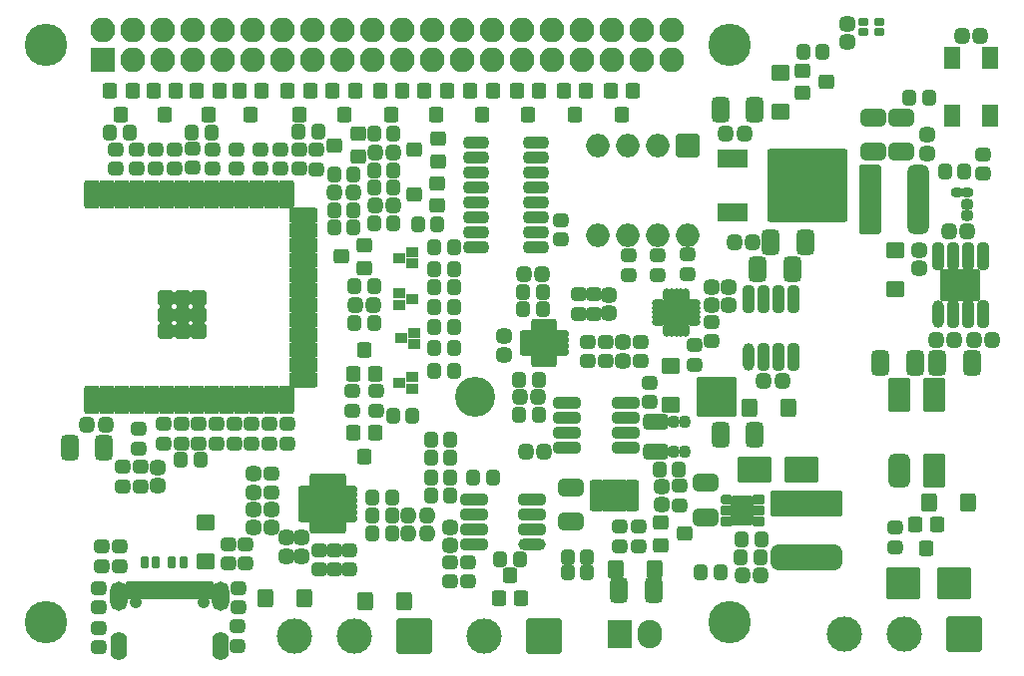
<source format=gts>
G04 #@! TF.GenerationSoftware,KiCad,Pcbnew,7.0.1*
G04 #@! TF.CreationDate,2023-05-18T20:02:15+01:00*
G04 #@! TF.ProjectId,AnthC,416e7468-432e-46b6-9963-61645f706362,rev?*
G04 #@! TF.SameCoordinates,Original*
G04 #@! TF.FileFunction,Soldermask,Top*
G04 #@! TF.FilePolarity,Negative*
%FSLAX46Y46*%
G04 Gerber Fmt 4.6, Leading zero omitted, Abs format (unit mm)*
G04 Created by KiCad (PCBNEW 7.0.1) date 2023-05-18 20:02:15*
%MOMM*%
%LPD*%
G01*
G04 APERTURE LIST*
G04 Aperture macros list*
%AMRoundRect*
0 Rectangle with rounded corners*
0 $1 Rounding radius*
0 $2 $3 $4 $5 $6 $7 $8 $9 X,Y pos of 4 corners*
0 Add a 4 corners polygon primitive as box body*
4,1,4,$2,$3,$4,$5,$6,$7,$8,$9,$2,$3,0*
0 Add four circle primitives for the rounded corners*
1,1,$1+$1,$2,$3*
1,1,$1+$1,$4,$5*
1,1,$1+$1,$6,$7*
1,1,$1+$1,$8,$9*
0 Add four rect primitives between the rounded corners*
20,1,$1+$1,$2,$3,$4,$5,0*
20,1,$1+$1,$4,$5,$6,$7,0*
20,1,$1+$1,$6,$7,$8,$9,0*
20,1,$1+$1,$8,$9,$2,$3,0*%
G04 Aperture macros list end*
%ADD10RoundRect,0.200000X0.600000X-0.450000X0.600000X0.450000X-0.600000X0.450000X-0.600000X-0.450000X0*%
%ADD11RoundRect,0.350000X0.825000X0.150000X-0.825000X0.150000X-0.825000X-0.150000X0.825000X-0.150000X0*%
%ADD12RoundRect,0.450000X-0.650000X0.250000X-0.650000X-0.250000X0.650000X-0.250000X0.650000X0.250000X0*%
%ADD13RoundRect,0.425000X0.225000X0.250000X-0.225000X0.250000X-0.225000X-0.250000X0.225000X-0.250000X0*%
%ADD14RoundRect,0.340000X-0.140000X-0.170000X0.140000X-0.170000X0.140000X0.170000X-0.140000X0.170000X0*%
%ADD15C,3.600000*%
%ADD16RoundRect,0.400000X-0.200000X-0.275000X0.200000X-0.275000X0.200000X0.275000X-0.200000X0.275000X0*%
%ADD17RoundRect,0.400000X-0.275000X0.200000X-0.275000X-0.200000X0.275000X-0.200000X0.275000X0.200000X0*%
%ADD18RoundRect,0.400000X0.200000X0.275000X-0.200000X0.275000X-0.200000X-0.275000X0.200000X-0.275000X0*%
%ADD19RoundRect,0.425000X0.250000X-0.225000X0.250000X0.225000X-0.250000X0.225000X-0.250000X-0.225000X0*%
%ADD20RoundRect,0.200000X0.450000X0.400000X-0.450000X0.400000X-0.450000X-0.400000X0.450000X-0.400000X0*%
%ADD21RoundRect,0.425000X-0.250000X0.225000X-0.250000X-0.225000X0.250000X-0.225000X0.250000X0.225000X0*%
%ADD22RoundRect,0.449999X0.325001X0.650001X-0.325001X0.650001X-0.325001X-0.650001X0.325001X-0.650001X0*%
%ADD23RoundRect,0.500000X0.675000X0.000000X-0.675000X0.000000X-0.675000X0.000000X0.675000X0.000000X0*%
%ADD24RoundRect,0.200000X-0.330000X-0.250000X0.330000X-0.250000X0.330000X0.250000X-0.330000X0.250000X0*%
%ADD25RoundRect,0.400000X0.275000X-0.200000X0.275000X0.200000X-0.275000X0.200000X-0.275000X-0.200000X0*%
%ADD26RoundRect,0.425000X-0.225000X-0.250000X0.225000X-0.250000X0.225000X0.250000X-0.225000X0.250000X0*%
%ADD27RoundRect,0.200000X0.400000X-0.450000X0.400000X0.450000X-0.400000X0.450000X-0.400000X-0.450000X0*%
%ADD28RoundRect,0.418750X-0.218750X-0.256250X0.218750X-0.256250X0.218750X0.256250X-0.218750X0.256250X0*%
%ADD29RoundRect,0.500000X0.000000X-0.675000X0.000000X0.675000X0.000000X0.675000X0.000000X-0.675000X0*%
%ADD30RoundRect,0.350000X0.150000X-0.825000X0.150000X0.825000X-0.150000X0.825000X-0.150000X-0.825000X0*%
%ADD31RoundRect,0.340000X0.170000X-0.140000X0.170000X0.140000X-0.170000X0.140000X-0.170000X-0.140000X0*%
%ADD32RoundRect,0.200000X0.450000X0.600000X-0.450000X0.600000X-0.450000X-0.600000X0.450000X-0.600000X0*%
%ADD33RoundRect,0.200000X-0.600000X0.450000X-0.600000X-0.450000X0.600000X-0.450000X0.600000X0.450000X0*%
%ADD34RoundRect,0.200000X0.330000X0.250000X-0.330000X0.250000X-0.330000X-0.250000X0.330000X-0.250000X0*%
%ADD35RoundRect,0.200000X1.500000X-1.145000X1.500000X1.145000X-1.500000X1.145000X-1.500000X-1.145000X0*%
%ADD36RoundRect,0.575000X0.375000X0.875000X-0.375000X0.875000X-0.375000X-0.875000X0.375000X-0.875000X0*%
%ADD37RoundRect,0.255500X0.694500X1.194500X-0.694500X1.194500X-0.694500X-1.194500X0.694500X-1.194500X0*%
%ADD38RoundRect,0.562500X0.362500X2.387500X-0.362500X2.387500X-0.362500X-2.387500X0.362500X-2.387500X0*%
%ADD39RoundRect,0.200000X0.725000X2.750000X-0.725000X2.750000X-0.725000X-2.750000X0.725000X-2.750000X0*%
%ADD40RoundRect,0.300000X0.217500X0.100000X-0.217500X0.100000X-0.217500X-0.100000X0.217500X-0.100000X0*%
%ADD41RoundRect,0.200000X-0.400000X0.450000X-0.400000X-0.450000X0.400000X-0.450000X0.400000X0.450000X0*%
%ADD42RoundRect,0.200000X0.450000X-1.000000X0.450000X1.000000X-0.450000X1.000000X-0.450000X-1.000000X0*%
%ADD43RoundRect,0.200000X1.000000X0.450000X-1.000000X0.450000X-1.000000X-0.450000X1.000000X-0.450000X0*%
%ADD44RoundRect,0.200000X0.450000X-0.450000X0.450000X0.450000X-0.450000X0.450000X-0.450000X-0.450000X0*%
%ADD45C,1.000000*%
%ADD46RoundRect,0.200000X-0.450000X-0.600000X0.450000X-0.600000X0.450000X0.600000X-0.450000X0.600000X0*%
%ADD47RoundRect,0.200000X1.250000X1.150000X-1.250000X1.150000X-1.250000X-1.150000X1.250000X-1.150000X0*%
%ADD48RoundRect,0.449999X-0.325001X-0.650001X0.325001X-0.650001X0.325001X0.650001X-0.325001X0.650001X0*%
%ADD49RoundRect,0.262500X-0.350000X-0.062500X0.350000X-0.062500X0.350000X0.062500X-0.350000X0.062500X0*%
%ADD50RoundRect,0.262500X-0.062500X-0.350000X0.062500X-0.350000X0.062500X0.350000X-0.062500X0.350000X0*%
%ADD51RoundRect,0.200000X-0.850000X-0.850000X0.850000X-0.850000X0.850000X0.850000X-0.850000X0.850000X0*%
%ADD52RoundRect,0.200000X-0.450000X-0.400000X0.450000X-0.400000X0.450000X0.400000X-0.450000X0.400000X0*%
%ADD53RoundRect,0.200000X0.850000X-0.850000X0.850000X0.850000X-0.850000X0.850000X-0.850000X-0.850000X0*%
%ADD54O,2.100000X2.100000*%
%ADD55C,1.050000*%
%ADD56RoundRect,0.200000X-0.300000X-0.575000X0.300000X-0.575000X0.300000X0.575000X-0.300000X0.575000X0*%
%ADD57RoundRect,0.200000X-0.150000X-0.575000X0.150000X-0.575000X0.150000X0.575000X-0.150000X0.575000X0*%
%ADD58O,1.400000X2.400000*%
%ADD59O,1.450000X2.500000*%
%ADD60RoundRect,0.449999X-0.650001X0.325001X-0.650001X-0.325001X0.650001X-0.325001X0.650001X0.325001X0*%
%ADD61RoundRect,0.200000X-1.300000X-1.300000X1.300000X-1.300000X1.300000X1.300000X-1.300000X1.300000X0*%
%ADD62RoundRect,0.275000X0.175000X0.075000X-0.175000X0.075000X-0.175000X-0.075000X0.175000X-0.075000X0*%
%ADD63RoundRect,0.350000X-0.725000X-0.150000X0.725000X-0.150000X0.725000X0.150000X-0.725000X0.150000X0*%
%ADD64RoundRect,0.418750X-0.256250X0.218750X-0.256250X-0.218750X0.256250X-0.218750X0.256250X0.218750X0*%
%ADD65RoundRect,0.200000X-0.825000X-1.190000X0.825000X-1.190000X0.825000X1.190000X-0.825000X1.190000X0*%
%ADD66RoundRect,0.262500X-0.362500X-0.062500X0.362500X-0.062500X0.362500X0.062500X-0.362500X0.062500X0*%
%ADD67RoundRect,0.449999X0.650001X-0.325001X0.650001X0.325001X-0.650001X0.325001X-0.650001X-0.325001X0*%
%ADD68RoundRect,0.200000X-1.250000X-0.900000X1.250000X-0.900000X1.250000X0.900000X-1.250000X0.900000X0*%
%ADD69RoundRect,0.200000X-1.100000X-0.600000X1.100000X-0.600000X1.100000X0.600000X-1.100000X0.600000X0*%
%ADD70RoundRect,0.200000X-3.200000X-2.900000X3.200000X-2.900000X3.200000X2.900000X-3.200000X2.900000X0*%
%ADD71RoundRect,0.200000X-0.800000X0.800000X-0.800000X-0.800000X0.800000X-0.800000X0.800000X0.800000X0*%
%ADD72O,2.000000X2.000000*%
%ADD73RoundRect,0.200000X-0.500000X0.750000X-0.500000X-0.750000X0.500000X-0.750000X0.500000X0.750000X0*%
%ADD74RoundRect,0.250000X-0.050000X0.312500X-0.050000X-0.312500X0.050000X-0.312500X0.050000X0.312500X0*%
%ADD75RoundRect,0.250000X-0.312500X0.050000X-0.312500X-0.050000X0.312500X-0.050000X0.312500X0.050000X0*%
%ADD76RoundRect,0.200000X-0.925000X0.925000X-0.925000X-0.925000X0.925000X-0.925000X0.925000X0.925000X0*%
%ADD77RoundRect,0.650000X2.400000X-0.450000X2.400000X0.450000X-2.400000X0.450000X-2.400000X-0.450000X0*%
%ADD78RoundRect,0.200000X2.850000X-0.900000X2.850000X0.900000X-2.850000X0.900000X-2.850000X-0.900000X0*%
%ADD79RoundRect,0.312500X-0.202500X-0.112500X0.202500X-0.112500X0.202500X0.112500X-0.202500X0.112500X0*%
%ADD80RoundRect,0.200000X-0.315000X-0.225000X0.315000X-0.225000X0.315000X0.225000X-0.315000X0.225000X0*%
%ADD81RoundRect,0.200000X-0.400000X-0.525000X0.400000X-0.525000X0.400000X0.525000X-0.400000X0.525000X0*%
%ADD82RoundRect,0.200000X-0.175000X-0.300000X0.175000X-0.300000X0.175000X0.300000X-0.175000X0.300000X0*%
%ADD83RoundRect,0.200000X0.175000X0.300000X-0.175000X0.300000X-0.175000X-0.300000X0.175000X-0.300000X0*%
%ADD84RoundRect,0.200000X1.500000X1.500000X-1.500000X1.500000X-1.500000X-1.500000X1.500000X-1.500000X0*%
%ADD85C,3.400000*%
%ADD86O,2.100000X2.400000*%
%ADD87RoundRect,0.200000X0.850000X1.000000X-0.850000X1.000000X-0.850000X-1.000000X0.850000X-1.000000X0*%
%ADD88RoundRect,0.200000X1.300000X1.300000X-1.300000X1.300000X-1.300000X-1.300000X1.300000X-1.300000X0*%
%ADD89C,3.000000*%
G04 APERTURE END LIST*
D10*
X236500000Y-129050000D03*
X236500000Y-125750000D03*
D11*
X227750000Y-132655000D03*
X227750000Y-131385000D03*
X227750000Y-130115000D03*
X227750000Y-128845000D03*
X232700000Y-128845000D03*
X232700000Y-130115000D03*
X232700000Y-131385000D03*
X232700000Y-132655000D03*
D12*
X235250000Y-130500000D03*
X235250000Y-133000000D03*
D13*
X225775000Y-133000000D03*
X224225000Y-133000000D03*
D14*
X237730000Y-130500000D03*
X236770000Y-130500000D03*
X236770000Y-133000000D03*
X237730000Y-133000000D03*
D15*
X241500000Y-98500000D03*
X241500000Y-147500000D03*
X183500000Y-98500000D03*
D16*
X224025000Y-120950000D03*
X225675000Y-120950000D03*
X224025000Y-119450000D03*
X225675000Y-119450000D03*
D17*
X230000000Y-119675000D03*
X230000000Y-121325000D03*
D18*
X225325000Y-126900000D03*
X223675000Y-126900000D03*
D19*
X240000000Y-120575000D03*
X240000000Y-119025000D03*
D20*
X210000000Y-107950000D03*
X210000000Y-106050000D03*
X208000000Y-107000000D03*
D21*
X222350000Y-123225000D03*
X222350000Y-124775000D03*
D13*
X188575000Y-130750000D03*
X187025000Y-130750000D03*
D22*
X188475000Y-132700000D03*
X185525000Y-132700000D03*
D23*
X224775000Y-140855000D03*
D11*
X224775000Y-139585000D03*
X224775000Y-138315000D03*
X224775000Y-137045000D03*
X219825000Y-137045000D03*
X219825000Y-138315000D03*
X219825000Y-139585000D03*
X219825000Y-140855000D03*
D18*
X218125000Y-124200000D03*
X216475000Y-124200000D03*
D24*
X214770000Y-123900000D03*
X214770000Y-122900000D03*
X213630000Y-123400000D03*
D25*
X209550000Y-129525000D03*
X209550000Y-127875000D03*
D18*
X197575000Y-105900000D03*
X195925000Y-105900000D03*
D21*
X235750000Y-135975000D03*
X235750000Y-137525000D03*
D15*
X183500000Y-147500000D03*
D26*
X261225000Y-97750000D03*
X262775000Y-97750000D03*
D27*
X209600000Y-126400000D03*
X211500000Y-126400000D03*
X210550000Y-124400000D03*
D26*
X208025000Y-111000000D03*
X209575000Y-111000000D03*
D19*
X202700000Y-139475000D03*
X202700000Y-137925000D03*
D26*
X223725000Y-128400000D03*
X225275000Y-128400000D03*
D19*
X231300000Y-121275000D03*
X231300000Y-119725000D03*
D28*
X214262500Y-139950000D03*
X215837500Y-139950000D03*
X214262500Y-138450000D03*
X215837500Y-138450000D03*
D18*
X218125000Y-115700000D03*
X216475000Y-115700000D03*
X218125000Y-117550000D03*
X216475000Y-117550000D03*
X218125000Y-126200000D03*
X216475000Y-126200000D03*
D25*
X189800000Y-142725000D03*
X189800000Y-141075000D03*
D17*
X233000000Y-116375000D03*
X233000000Y-118025000D03*
X235400000Y-116375000D03*
X235400000Y-118025000D03*
D25*
X227200000Y-115025000D03*
X227200000Y-113375000D03*
D16*
X216475000Y-120700000D03*
X218125000Y-120700000D03*
D18*
X218125000Y-119050000D03*
X216475000Y-119050000D03*
D25*
X206700000Y-143025000D03*
X206700000Y-141375000D03*
D17*
X191400000Y-131075000D03*
X191400000Y-132725000D03*
X196500000Y-130675000D03*
X196500000Y-132325000D03*
X199500000Y-130675000D03*
X199500000Y-132325000D03*
X201000000Y-130675000D03*
X201000000Y-132325000D03*
X202500000Y-130675000D03*
X202500000Y-132325000D03*
D16*
X207975000Y-112500000D03*
X209625000Y-112500000D03*
D25*
X192850000Y-108975000D03*
X192850000Y-107325000D03*
D18*
X216725000Y-113700000D03*
X215075000Y-113700000D03*
D25*
X196000000Y-108925000D03*
X196000000Y-107275000D03*
X199700000Y-108975000D03*
X199700000Y-107325000D03*
X201700000Y-108975000D03*
X201700000Y-107325000D03*
X191200000Y-108975000D03*
X191200000Y-107325000D03*
X189450000Y-108975000D03*
X189450000Y-107325000D03*
X203450000Y-108975000D03*
X203450000Y-107325000D03*
X206500000Y-109025000D03*
X206500000Y-107375000D03*
D29*
X243095000Y-124975000D03*
D30*
X244365000Y-124975000D03*
X245635000Y-124975000D03*
X246905000Y-124975000D03*
X246905000Y-120025000D03*
X245635000Y-120025000D03*
X244365000Y-120025000D03*
X243095000Y-120025000D03*
D26*
X259025000Y-123500000D03*
X260575000Y-123500000D03*
D13*
X261675000Y-114300000D03*
X260125000Y-114300000D03*
D31*
X261700000Y-112980000D03*
X261700000Y-112020000D03*
D13*
X243475000Y-115250000D03*
X241925000Y-115250000D03*
D32*
X205450000Y-145450000D03*
X202150000Y-145450000D03*
X213950000Y-145700000D03*
X210650000Y-145700000D03*
D33*
X255600000Y-115950000D03*
X255600000Y-119250000D03*
D24*
X214620000Y-117050000D03*
X214620000Y-116050000D03*
X213480000Y-116550000D03*
X214620000Y-127700000D03*
X214620000Y-126700000D03*
X213480000Y-127200000D03*
D34*
X213480000Y-119550000D03*
X213480000Y-120550000D03*
X214620000Y-120050000D03*
D16*
X211225000Y-139950000D03*
X212875000Y-139950000D03*
X211225000Y-138450000D03*
X212875000Y-138450000D03*
X247775000Y-99100000D03*
X249425000Y-99100000D03*
D29*
X259195000Y-121375000D03*
D30*
X260465000Y-121375000D03*
X261735000Y-121375000D03*
X263005000Y-121375000D03*
X263005000Y-116425000D03*
X261735000Y-116425000D03*
X260465000Y-116425000D03*
X259195000Y-116425000D03*
D35*
X261100000Y-118900000D03*
D22*
X257275000Y-125500000D03*
X254325000Y-125500000D03*
D19*
X257600000Y-117475000D03*
X257600000Y-115925000D03*
D16*
X227775000Y-142000000D03*
X229425000Y-142000000D03*
D22*
X235075000Y-144800000D03*
X232125000Y-144800000D03*
D16*
X242575000Y-140500000D03*
X244225000Y-140500000D03*
D21*
X251550000Y-96675000D03*
X251550000Y-98225000D03*
D25*
X188300000Y-142725000D03*
X188300000Y-141075000D03*
D16*
X207975000Y-109500000D03*
X209625000Y-109500000D03*
D18*
X206625000Y-105850000D03*
X204975000Y-105850000D03*
D16*
X211375000Y-106000000D03*
X213025000Y-106000000D03*
D17*
X208000000Y-141375000D03*
X208000000Y-143025000D03*
D16*
X209725000Y-122100000D03*
X211375000Y-122100000D03*
D20*
X216800000Y-108350000D03*
X216800000Y-106450000D03*
X214800000Y-107400000D03*
D13*
X212975000Y-107600000D03*
X211425000Y-107600000D03*
D36*
X255900000Y-134650000D03*
D37*
X258900000Y-134650000D03*
X258900000Y-128150000D03*
X255900000Y-128150000D03*
D38*
X257500000Y-111600000D03*
D39*
X253500000Y-111600000D03*
D40*
X261657500Y-111000000D03*
X260842500Y-111000000D03*
D19*
X217800000Y-140975000D03*
X217800000Y-139425000D03*
D18*
X196625000Y-133700000D03*
X194975000Y-133700000D03*
D25*
X229500000Y-125325000D03*
X229500000Y-123675000D03*
X231000000Y-125325000D03*
X231000000Y-123675000D03*
D41*
X190850000Y-102400000D03*
X188950000Y-102400000D03*
X189900000Y-104400000D03*
X201850000Y-102400000D03*
X199950000Y-102400000D03*
X200900000Y-104400000D03*
X221450000Y-102400000D03*
X219550000Y-102400000D03*
X220500000Y-104400000D03*
X229350000Y-102400000D03*
X227450000Y-102400000D03*
X228400000Y-104400000D03*
X205950000Y-102400000D03*
X204050000Y-102400000D03*
X205000000Y-104400000D03*
X217550000Y-102400000D03*
X215650000Y-102400000D03*
X216600000Y-104400000D03*
X225350000Y-102400000D03*
X223450000Y-102400000D03*
X224400000Y-104400000D03*
X233350000Y-102400000D03*
X231450000Y-102400000D03*
X232400000Y-104400000D03*
D18*
X218125000Y-122450000D03*
X216475000Y-122450000D03*
D17*
X211550000Y-127875000D03*
X211550000Y-129525000D03*
D41*
X213750000Y-102400000D03*
X211850000Y-102400000D03*
X212800000Y-104400000D03*
D16*
X211375000Y-110600000D03*
X213025000Y-110600000D03*
D18*
X213025000Y-113600000D03*
X211375000Y-113600000D03*
D20*
X216750000Y-112100000D03*
X216750000Y-110200000D03*
X214750000Y-111150000D03*
D13*
X212975000Y-112100000D03*
X211425000Y-112100000D03*
D16*
X207975000Y-114000000D03*
X209625000Y-114000000D03*
D25*
X237250000Y-137575000D03*
X237250000Y-135925000D03*
X190050000Y-135975000D03*
X190050000Y-134325000D03*
D42*
X187390000Y-128650000D03*
X188660000Y-128650000D03*
X189930000Y-128650000D03*
X191200000Y-128650000D03*
X192470000Y-128650000D03*
X193740000Y-128650000D03*
X195010000Y-128650000D03*
X196280000Y-128650000D03*
X197550000Y-128650000D03*
X198820000Y-128650000D03*
X200090000Y-128650000D03*
X201360000Y-128650000D03*
X202630000Y-128650000D03*
X203900000Y-128650000D03*
D43*
X205400000Y-126885000D03*
X205400000Y-125615000D03*
X205400000Y-124345000D03*
X205400000Y-123075000D03*
X205400000Y-121805000D03*
X205400000Y-120535000D03*
X205400000Y-119265000D03*
X205400000Y-117995000D03*
X205400000Y-116725000D03*
X205400000Y-115455000D03*
X205400000Y-114185000D03*
X205400000Y-112915000D03*
D42*
X203900000Y-111150000D03*
X202630000Y-111150000D03*
X201360000Y-111150000D03*
X200090000Y-111150000D03*
X198820000Y-111150000D03*
X197550000Y-111150000D03*
X196280000Y-111150000D03*
X195010000Y-111150000D03*
X193740000Y-111150000D03*
X192470000Y-111150000D03*
X191200000Y-111150000D03*
X189930000Y-111150000D03*
X188660000Y-111150000D03*
X187390000Y-111150000D03*
D44*
X193710000Y-122800000D03*
D45*
X194410000Y-122800000D03*
D44*
X195110000Y-122800000D03*
D45*
X195810000Y-122800000D03*
D44*
X196510000Y-122800000D03*
D45*
X193710000Y-122100000D03*
X195110000Y-122100000D03*
X196510000Y-122100000D03*
D44*
X193710000Y-121400000D03*
D45*
X194410000Y-121400000D03*
D44*
X195110000Y-121400000D03*
D45*
X195810000Y-121400000D03*
D44*
X196510000Y-121400000D03*
D45*
X193710000Y-120700000D03*
X195110000Y-120700000D03*
X196510000Y-120700000D03*
D44*
X193710000Y-120000000D03*
D45*
X194410000Y-120000000D03*
D44*
X195110000Y-120000000D03*
D45*
X195810000Y-120000000D03*
D44*
X196510000Y-120000000D03*
D18*
X211375000Y-118950000D03*
X209725000Y-118950000D03*
X258425000Y-103000000D03*
X256775000Y-103000000D03*
D26*
X244425000Y-127000000D03*
X245975000Y-127000000D03*
D18*
X213025000Y-109100000D03*
X211375000Y-109100000D03*
D17*
X195000000Y-130675000D03*
X195000000Y-132325000D03*
D19*
X258300000Y-107675000D03*
X258300000Y-106125000D03*
D25*
X209300000Y-143025000D03*
X209300000Y-141375000D03*
X228700000Y-121325000D03*
X228700000Y-119675000D03*
D16*
X188975000Y-105900000D03*
X190625000Y-105900000D03*
D13*
X211325000Y-120600000D03*
X209775000Y-120600000D03*
D17*
X198000000Y-130675000D03*
X198000000Y-132325000D03*
D18*
X214625000Y-129950000D03*
X212975000Y-129950000D03*
D17*
X193500000Y-130675000D03*
X193500000Y-132325000D03*
D27*
X221950000Y-145500000D03*
X223850000Y-145500000D03*
X222900000Y-143500000D03*
D20*
X210550000Y-117400000D03*
X210550000Y-115500000D03*
X208550000Y-116450000D03*
D41*
X259150000Y-139200000D03*
X257250000Y-139200000D03*
X258200000Y-141200000D03*
D46*
X258450000Y-137300000D03*
X261750000Y-137300000D03*
D47*
X260550000Y-144200000D03*
X256250000Y-144200000D03*
D48*
X259125000Y-125500000D03*
X262075000Y-125500000D03*
D17*
X255600000Y-139475000D03*
X255600000Y-141125000D03*
D49*
X224337500Y-123050000D03*
X224337500Y-123550000D03*
X224337500Y-124050000D03*
X224337500Y-124550000D03*
D50*
X225050000Y-125262500D03*
X225550000Y-125262500D03*
X226050000Y-125262500D03*
X226550000Y-125262500D03*
D49*
X227262500Y-124550000D03*
X227262500Y-124050000D03*
X227262500Y-123550000D03*
X227262500Y-123050000D03*
D50*
X226550000Y-122337500D03*
X226050000Y-122337500D03*
X225550000Y-122337500D03*
X225050000Y-122337500D03*
D45*
X225300000Y-123300000D03*
X225300000Y-124300000D03*
X225800000Y-123800000D03*
D51*
X225800000Y-123800000D03*
D45*
X226300000Y-123300000D03*
X226300000Y-124300000D03*
D52*
X247700000Y-100650000D03*
X247700000Y-102550000D03*
X249700000Y-101600000D03*
D48*
X245025000Y-115250000D03*
X247975000Y-115250000D03*
D13*
X225625000Y-117950000D03*
X224075000Y-117950000D03*
D18*
X225325000Y-129900000D03*
X223675000Y-129900000D03*
D41*
X194550000Y-102400000D03*
X192650000Y-102400000D03*
X193600000Y-104400000D03*
X198250000Y-102400000D03*
X196350000Y-102400000D03*
X197300000Y-104400000D03*
D53*
X188372600Y-99772300D03*
D54*
X188372600Y-97232300D03*
X190912600Y-99772300D03*
X190912600Y-97232300D03*
X193452600Y-99772300D03*
X193452600Y-97232300D03*
X195992600Y-99772300D03*
X195992600Y-97232300D03*
X198532600Y-99772300D03*
X198532600Y-97232300D03*
X201072600Y-99772300D03*
X201072600Y-97232300D03*
X203612600Y-99772300D03*
X203612600Y-97232300D03*
X206152600Y-99772300D03*
X206152600Y-97232300D03*
X208692600Y-99772300D03*
X208692600Y-97232300D03*
X211232600Y-99772300D03*
X211232600Y-97232300D03*
X213772600Y-99772300D03*
X213772600Y-97232300D03*
X216312600Y-99772300D03*
X216312600Y-97232300D03*
X218852600Y-99772300D03*
X218852600Y-97232300D03*
X221392600Y-99772300D03*
X221392600Y-97232300D03*
X223932600Y-99772300D03*
X223932600Y-97232300D03*
X226472600Y-99772300D03*
X226472600Y-97232300D03*
X229012600Y-99772300D03*
X229012600Y-97232300D03*
X231552600Y-99772300D03*
X231552600Y-97232300D03*
X234092600Y-99772300D03*
X234092600Y-97232300D03*
X236632600Y-99772300D03*
X236632600Y-97232300D03*
D41*
X209750000Y-102400000D03*
X207850000Y-102400000D03*
X208800000Y-104400000D03*
D25*
X199000000Y-142525000D03*
X199000000Y-140875000D03*
D17*
X234000000Y-125325000D03*
X234000000Y-123675000D03*
D21*
X232500000Y-123725000D03*
X232500000Y-125275000D03*
D25*
X263000000Y-109425000D03*
X263000000Y-107775000D03*
D10*
X245800000Y-104150000D03*
X245800000Y-100850000D03*
D22*
X243675000Y-104000000D03*
X240725000Y-104000000D03*
D16*
X259775000Y-109200000D03*
X261425000Y-109200000D03*
D55*
X191110000Y-145820000D03*
X196890000Y-145820000D03*
D56*
X190800000Y-144745000D03*
X191600000Y-144745000D03*
D57*
X192750000Y-144745000D03*
X193750000Y-144745000D03*
X194250000Y-144745000D03*
X195250000Y-144745000D03*
D56*
X197200000Y-144745000D03*
X196400000Y-144745000D03*
D57*
X195750000Y-144745000D03*
X194750000Y-144745000D03*
X193250000Y-144745000D03*
X192250000Y-144745000D03*
D58*
X189680000Y-149500000D03*
X198320000Y-149500000D03*
D59*
X189680000Y-145320000D03*
X198320000Y-145320000D03*
D25*
X188000000Y-149625000D03*
X188000000Y-147975000D03*
X199800000Y-149525000D03*
X199800000Y-147875000D03*
D60*
X228100000Y-136025000D03*
X228100000Y-138975000D03*
D21*
X203900000Y-140325000D03*
X203900000Y-141875000D03*
X193050000Y-134375000D03*
X193050000Y-135925000D03*
D25*
X191550000Y-135975000D03*
X191550000Y-134325000D03*
D17*
X219300000Y-142375000D03*
X219300000Y-144025000D03*
X217800000Y-142375000D03*
X217800000Y-144025000D03*
D16*
X211225000Y-136950000D03*
X212875000Y-136950000D03*
D49*
X205512500Y-136200000D03*
X205512500Y-136700000D03*
X205512500Y-137200000D03*
X205512500Y-137700000D03*
X205512500Y-138200000D03*
X205512500Y-138700000D03*
D50*
X206200000Y-139387500D03*
X206700000Y-139387500D03*
X207200000Y-139387500D03*
X207700000Y-139387500D03*
X208200000Y-139387500D03*
X208700000Y-139387500D03*
D49*
X209387500Y-138700000D03*
X209387500Y-138200000D03*
X209387500Y-137700000D03*
X209387500Y-137200000D03*
X209387500Y-136700000D03*
X209387500Y-136200000D03*
D50*
X208700000Y-135512500D03*
X208200000Y-135512500D03*
X207700000Y-135512500D03*
X207200000Y-135512500D03*
X206700000Y-135512500D03*
X206200000Y-135512500D03*
D61*
X207450000Y-137450000D03*
D62*
X254250000Y-97350000D03*
X254250000Y-96550000D03*
X252850000Y-96550000D03*
X252850000Y-97350000D03*
D63*
X219975000Y-106755000D03*
X219975000Y-108025000D03*
X219975000Y-109295000D03*
X219975000Y-110565000D03*
X219975000Y-111835000D03*
X219975000Y-113105000D03*
X219975000Y-114375000D03*
X219975000Y-115645000D03*
X225125000Y-115645000D03*
X225125000Y-114375000D03*
X225125000Y-113105000D03*
X225125000Y-111835000D03*
X225125000Y-110565000D03*
X225125000Y-109295000D03*
X225125000Y-108025000D03*
X225125000Y-106755000D03*
D19*
X201100000Y-139475000D03*
X201100000Y-137925000D03*
D21*
X205200000Y-140325000D03*
X205200000Y-141875000D03*
D41*
X211500000Y-131450000D03*
X209600000Y-131450000D03*
X210550000Y-133450000D03*
D17*
X204000000Y-130675000D03*
X204000000Y-132325000D03*
D25*
X234750000Y-128825000D03*
X234750000Y-127175000D03*
D22*
X246875000Y-117500000D03*
X243925000Y-117500000D03*
D17*
X232200000Y-139375000D03*
X232200000Y-141025000D03*
X233800000Y-139375000D03*
X233800000Y-141025000D03*
D64*
X201100000Y-134912500D03*
X201100000Y-136487500D03*
D17*
X202700000Y-134875000D03*
X202700000Y-136525000D03*
D65*
X231750000Y-136750000D03*
D66*
X233200000Y-135750000D03*
X233200000Y-136250000D03*
X233200000Y-136750000D03*
X233200000Y-137250000D03*
X233200000Y-137750000D03*
X230300000Y-137750000D03*
X230300000Y-137250000D03*
X230300000Y-136750000D03*
X230300000Y-136250000D03*
X230300000Y-135750000D03*
D32*
X235150000Y-143000000D03*
X231850000Y-143000000D03*
D67*
X239450000Y-138625000D03*
X239450000Y-135675000D03*
D68*
X243650000Y-134500000D03*
X247650000Y-134500000D03*
D18*
X244125000Y-142000000D03*
X242475000Y-142000000D03*
D25*
X238600000Y-125625000D03*
X238600000Y-123975000D03*
D19*
X241400000Y-120575000D03*
X241400000Y-119025000D03*
D25*
X205000000Y-108975000D03*
X205000000Y-107325000D03*
D52*
X235700000Y-139050000D03*
X235700000Y-140950000D03*
X237700000Y-140000000D03*
D25*
X194450000Y-108975000D03*
X194450000Y-107325000D03*
X197700000Y-108975000D03*
X197700000Y-107325000D03*
D69*
X241800000Y-108120000D03*
D70*
X248100000Y-110400000D03*
D69*
X241800000Y-112680000D03*
D13*
X242775000Y-106000000D03*
X241225000Y-106000000D03*
D67*
X256100000Y-107575000D03*
X256100000Y-104625000D03*
D26*
X262225000Y-123500000D03*
X263775000Y-123500000D03*
D71*
X238000000Y-107000000D03*
D72*
X235460000Y-107000000D03*
X232920000Y-107000000D03*
X230380000Y-107000000D03*
X230380000Y-114620000D03*
X232920000Y-114620000D03*
X235460000Y-114620000D03*
X238000000Y-114620000D03*
D73*
X260400000Y-104450000D03*
X263600000Y-104450000D03*
X263600000Y-99550000D03*
X260400000Y-99550000D03*
D25*
X240000000Y-123625000D03*
X240000000Y-121975000D03*
D74*
X237800000Y-119712500D03*
X237400000Y-119712500D03*
X237000000Y-119712500D03*
X236600000Y-119712500D03*
X236200000Y-119712500D03*
D75*
X235512500Y-120400000D03*
X235512500Y-120800000D03*
X235512500Y-121200000D03*
X235512500Y-121600000D03*
X235512500Y-122000000D03*
D74*
X236200000Y-122687500D03*
X236600000Y-122687500D03*
X237000000Y-122687500D03*
X237400000Y-122687500D03*
X237800000Y-122687500D03*
D75*
X238487500Y-122000000D03*
X238487500Y-121600000D03*
X238487500Y-121200000D03*
X238487500Y-120800000D03*
X238487500Y-120400000D03*
D76*
X237000000Y-121200000D03*
D22*
X243675000Y-131600000D03*
X240725000Y-131600000D03*
D26*
X242625000Y-143500000D03*
X244175000Y-143500000D03*
D67*
X253700000Y-107575000D03*
X253700000Y-104625000D03*
D32*
X243250000Y-129250000D03*
X246550000Y-129250000D03*
D18*
X217825000Y-132000000D03*
X216175000Y-132000000D03*
X217825000Y-136750000D03*
X216175000Y-136750000D03*
X217825000Y-135250000D03*
X216175000Y-135250000D03*
X240725000Y-143300000D03*
X239075000Y-143300000D03*
X237225000Y-134500000D03*
X235575000Y-134500000D03*
D77*
X248000000Y-142000000D03*
D78*
X248000000Y-137400000D03*
D79*
X241260000Y-137050000D03*
D80*
X241260000Y-138000000D03*
X241260000Y-138950000D03*
X243940000Y-138950000D03*
X243940000Y-138000000D03*
X243940000Y-137050000D03*
D45*
X242200000Y-137300000D03*
D81*
X242200000Y-137475000D03*
X242200000Y-138525000D03*
D45*
X242200000Y-138700000D03*
X243000000Y-137300000D03*
D81*
X243000000Y-137475000D03*
X243000000Y-138525000D03*
D45*
X243000000Y-138700000D03*
D16*
X216175000Y-133500000D03*
X217825000Y-133500000D03*
X219775000Y-135200000D03*
X221425000Y-135200000D03*
D17*
X188000000Y-144575000D03*
X188000000Y-146225000D03*
X199900000Y-144575000D03*
X199900000Y-146225000D03*
D82*
X194225000Y-142400000D03*
X195175000Y-142400000D03*
D25*
X200500000Y-142525000D03*
X200500000Y-140875000D03*
D33*
X197100000Y-139050000D03*
X197100000Y-142350000D03*
D17*
X238000000Y-116275000D03*
X238000000Y-117925000D03*
D18*
X229425000Y-143300000D03*
X227775000Y-143300000D03*
X223725000Y-142200000D03*
X222075000Y-142200000D03*
D83*
X192875000Y-142400000D03*
X191925000Y-142400000D03*
D84*
X240400000Y-128400000D03*
D85*
X219910000Y-128400000D03*
D86*
X234750000Y-148500000D03*
D87*
X232250000Y-148500000D03*
D88*
X261460000Y-148500000D03*
D89*
X256380000Y-148500000D03*
X251300000Y-148500000D03*
D88*
X214760000Y-148700000D03*
D89*
X209680000Y-148700000D03*
X204600000Y-148700000D03*
D88*
X225760000Y-148700000D03*
D89*
X220680000Y-148700000D03*
M02*

</source>
